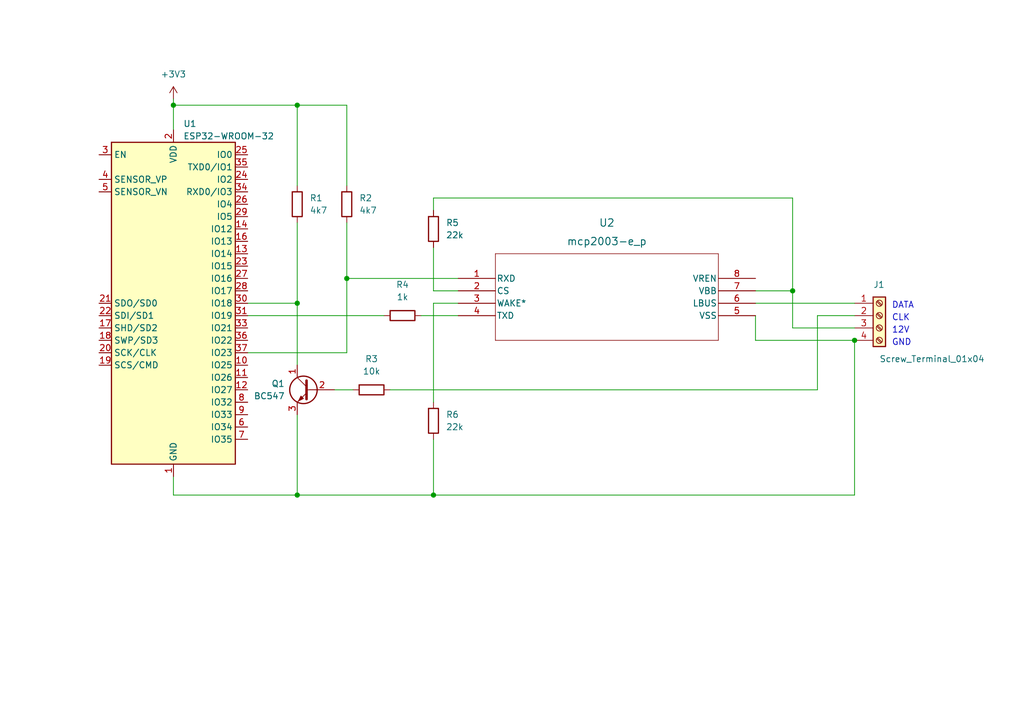
<source format=kicad_sch>
(kicad_sch (version 20211123) (generator eeschema)

  (uuid c2079b33-906e-4c67-b0b6-7e228acc166b)

  (paper "A5")

  (lib_symbols
    (symbol "2024-01-30_18-24-16:mcp2003-e_p" (pin_names (offset 0.254)) (in_bom yes) (on_board yes)
      (property "Reference" "U" (id 0) (at 30.48 10.16 0)
        (effects (font (size 1.524 1.524)))
      )
      (property "Value" "mcp2003-e/p" (id 1) (at 30.48 7.62 0)
        (effects (font (size 1.524 1.524)))
      )
      (property "Footprint" "PDIP8_300MC_MCH" (id 2) (at 0 0 0)
        (effects (font (size 1.27 1.27) italic) hide)
      )
      (property "Datasheet" "mcp2003-e/p" (id 3) (at 0 0 0)
        (effects (font (size 1.27 1.27) italic) hide)
      )
      (property "ki_locked" "" (id 4) (at 0 0 0)
        (effects (font (size 1.27 1.27)))
      )
      (property "ki_keywords" "mcp2003-e/p" (id 5) (at 0 0 0)
        (effects (font (size 1.27 1.27)) hide)
      )
      (property "ki_fp_filters" "PDIP8_300MC_MCH" (id 6) (at 0 0 0)
        (effects (font (size 1.27 1.27)) hide)
      )
      (symbol "mcp2003-e_p_0_1"
        (polyline
          (pts
            (xy 7.62 -12.7)
            (xy 53.34 -12.7)
          )
          (stroke (width 0.127) (type default) (color 0 0 0 0))
          (fill (type none))
        )
        (polyline
          (pts
            (xy 7.62 5.08)
            (xy 7.62 -12.7)
          )
          (stroke (width 0.127) (type default) (color 0 0 0 0))
          (fill (type none))
        )
        (polyline
          (pts
            (xy 53.34 -12.7)
            (xy 53.34 5.08)
          )
          (stroke (width 0.127) (type default) (color 0 0 0 0))
          (fill (type none))
        )
        (polyline
          (pts
            (xy 53.34 5.08)
            (xy 7.62 5.08)
          )
          (stroke (width 0.127) (type default) (color 0 0 0 0))
          (fill (type none))
        )
        (pin output line (at 0 0 0) (length 7.62)
          (name "RXD" (effects (font (size 1.27 1.27))))
          (number "1" (effects (font (size 1.27 1.27))))
        )
        (pin input line (at 0 -2.54 0) (length 7.62)
          (name "CS" (effects (font (size 1.27 1.27))))
          (number "2" (effects (font (size 1.27 1.27))))
        )
        (pin input line (at 0 -5.08 0) (length 7.62)
          (name "WAKE*" (effects (font (size 1.27 1.27))))
          (number "3" (effects (font (size 1.27 1.27))))
        )
        (pin input line (at 0 -7.62 0) (length 7.62)
          (name "TXD" (effects (font (size 1.27 1.27))))
          (number "4" (effects (font (size 1.27 1.27))))
        )
        (pin power_in line (at 60.96 -7.62 180) (length 7.62)
          (name "VSS" (effects (font (size 1.27 1.27))))
          (number "5" (effects (font (size 1.27 1.27))))
        )
        (pin bidirectional line (at 60.96 -5.08 180) (length 7.62)
          (name "LBUS" (effects (font (size 1.27 1.27))))
          (number "6" (effects (font (size 1.27 1.27))))
        )
        (pin power_in line (at 60.96 -2.54 180) (length 7.62)
          (name "VBB" (effects (font (size 1.27 1.27))))
          (number "7" (effects (font (size 1.27 1.27))))
        )
        (pin output line (at 60.96 0 180) (length 7.62)
          (name "VREN" (effects (font (size 1.27 1.27))))
          (number "8" (effects (font (size 1.27 1.27))))
        )
      )
    )
    (symbol "Connector:Screw_Terminal_01x04" (pin_names (offset 1.016) hide) (in_bom yes) (on_board yes)
      (property "Reference" "J" (id 0) (at 0 5.08 0)
        (effects (font (size 1.27 1.27)))
      )
      (property "Value" "Screw_Terminal_01x04" (id 1) (at 0 -7.62 0)
        (effects (font (size 1.27 1.27)))
      )
      (property "Footprint" "" (id 2) (at 0 0 0)
        (effects (font (size 1.27 1.27)) hide)
      )
      (property "Datasheet" "~" (id 3) (at 0 0 0)
        (effects (font (size 1.27 1.27)) hide)
      )
      (property "ki_keywords" "screw terminal" (id 4) (at 0 0 0)
        (effects (font (size 1.27 1.27)) hide)
      )
      (property "ki_description" "Generic screw terminal, single row, 01x04, script generated (kicad-library-utils/schlib/autogen/connector/)" (id 5) (at 0 0 0)
        (effects (font (size 1.27 1.27)) hide)
      )
      (property "ki_fp_filters" "TerminalBlock*:*" (id 6) (at 0 0 0)
        (effects (font (size 1.27 1.27)) hide)
      )
      (symbol "Screw_Terminal_01x04_1_1"
        (rectangle (start -1.27 3.81) (end 1.27 -6.35)
          (stroke (width 0.254) (type default) (color 0 0 0 0))
          (fill (type background))
        )
        (circle (center 0 -5.08) (radius 0.635)
          (stroke (width 0.1524) (type default) (color 0 0 0 0))
          (fill (type none))
        )
        (circle (center 0 -2.54) (radius 0.635)
          (stroke (width 0.1524) (type default) (color 0 0 0 0))
          (fill (type none))
        )
        (polyline
          (pts
            (xy -0.5334 -4.7498)
            (xy 0.3302 -5.588)
          )
          (stroke (width 0.1524) (type default) (color 0 0 0 0))
          (fill (type none))
        )
        (polyline
          (pts
            (xy -0.5334 -2.2098)
            (xy 0.3302 -3.048)
          )
          (stroke (width 0.1524) (type default) (color 0 0 0 0))
          (fill (type none))
        )
        (polyline
          (pts
            (xy -0.5334 0.3302)
            (xy 0.3302 -0.508)
          )
          (stroke (width 0.1524) (type default) (color 0 0 0 0))
          (fill (type none))
        )
        (polyline
          (pts
            (xy -0.5334 2.8702)
            (xy 0.3302 2.032)
          )
          (stroke (width 0.1524) (type default) (color 0 0 0 0))
          (fill (type none))
        )
        (polyline
          (pts
            (xy -0.3556 -4.572)
            (xy 0.508 -5.4102)
          )
          (stroke (width 0.1524) (type default) (color 0 0 0 0))
          (fill (type none))
        )
        (polyline
          (pts
            (xy -0.3556 -2.032)
            (xy 0.508 -2.8702)
          )
          (stroke (width 0.1524) (type default) (color 0 0 0 0))
          (fill (type none))
        )
        (polyline
          (pts
            (xy -0.3556 0.508)
            (xy 0.508 -0.3302)
          )
          (stroke (width 0.1524) (type default) (color 0 0 0 0))
          (fill (type none))
        )
        (polyline
          (pts
            (xy -0.3556 3.048)
            (xy 0.508 2.2098)
          )
          (stroke (width 0.1524) (type default) (color 0 0 0 0))
          (fill (type none))
        )
        (circle (center 0 0) (radius 0.635)
          (stroke (width 0.1524) (type default) (color 0 0 0 0))
          (fill (type none))
        )
        (circle (center 0 2.54) (radius 0.635)
          (stroke (width 0.1524) (type default) (color 0 0 0 0))
          (fill (type none))
        )
        (pin passive line (at -5.08 2.54 0) (length 3.81)
          (name "Pin_1" (effects (font (size 1.27 1.27))))
          (number "1" (effects (font (size 1.27 1.27))))
        )
        (pin passive line (at -5.08 0 0) (length 3.81)
          (name "Pin_2" (effects (font (size 1.27 1.27))))
          (number "2" (effects (font (size 1.27 1.27))))
        )
        (pin passive line (at -5.08 -2.54 0) (length 3.81)
          (name "Pin_3" (effects (font (size 1.27 1.27))))
          (number "3" (effects (font (size 1.27 1.27))))
        )
        (pin passive line (at -5.08 -5.08 0) (length 3.81)
          (name "Pin_4" (effects (font (size 1.27 1.27))))
          (number "4" (effects (font (size 1.27 1.27))))
        )
      )
    )
    (symbol "Device:R" (pin_numbers hide) (pin_names (offset 0)) (in_bom yes) (on_board yes)
      (property "Reference" "R" (id 0) (at 2.032 0 90)
        (effects (font (size 1.27 1.27)))
      )
      (property "Value" "R" (id 1) (at 0 0 90)
        (effects (font (size 1.27 1.27)))
      )
      (property "Footprint" "" (id 2) (at -1.778 0 90)
        (effects (font (size 1.27 1.27)) hide)
      )
      (property "Datasheet" "~" (id 3) (at 0 0 0)
        (effects (font (size 1.27 1.27)) hide)
      )
      (property "ki_keywords" "R res resistor" (id 4) (at 0 0 0)
        (effects (font (size 1.27 1.27)) hide)
      )
      (property "ki_description" "Resistor" (id 5) (at 0 0 0)
        (effects (font (size 1.27 1.27)) hide)
      )
      (property "ki_fp_filters" "R_*" (id 6) (at 0 0 0)
        (effects (font (size 1.27 1.27)) hide)
      )
      (symbol "R_0_1"
        (rectangle (start -1.016 -2.54) (end 1.016 2.54)
          (stroke (width 0.254) (type default) (color 0 0 0 0))
          (fill (type none))
        )
      )
      (symbol "R_1_1"
        (pin passive line (at 0 3.81 270) (length 1.27)
          (name "~" (effects (font (size 1.27 1.27))))
          (number "1" (effects (font (size 1.27 1.27))))
        )
        (pin passive line (at 0 -3.81 90) (length 1.27)
          (name "~" (effects (font (size 1.27 1.27))))
          (number "2" (effects (font (size 1.27 1.27))))
        )
      )
    )
    (symbol "RF_Module:ESP32-WROOM-32" (in_bom yes) (on_board yes)
      (property "Reference" "U" (id 0) (at -12.7 34.29 0)
        (effects (font (size 1.27 1.27)) (justify left))
      )
      (property "Value" "ESP32-WROOM-32" (id 1) (at 1.27 34.29 0)
        (effects (font (size 1.27 1.27)) (justify left))
      )
      (property "Footprint" "RF_Module:ESP32-WROOM-32" (id 2) (at 0 -38.1 0)
        (effects (font (size 1.27 1.27)) hide)
      )
      (property "Datasheet" "https://www.espressif.com/sites/default/files/documentation/esp32-wroom-32_datasheet_en.pdf" (id 3) (at -7.62 1.27 0)
        (effects (font (size 1.27 1.27)) hide)
      )
      (property "ki_keywords" "RF Radio BT ESP ESP32 Espressif onboard PCB antenna" (id 4) (at 0 0 0)
        (effects (font (size 1.27 1.27)) hide)
      )
      (property "ki_description" "RF Module, ESP32-D0WDQ6 SoC, Wi-Fi 802.11b/g/n, Bluetooth, BLE, 32-bit, 2.7-3.6V, onboard antenna, SMD" (id 5) (at 0 0 0)
        (effects (font (size 1.27 1.27)) hide)
      )
      (property "ki_fp_filters" "ESP32?WROOM?32*" (id 6) (at 0 0 0)
        (effects (font (size 1.27 1.27)) hide)
      )
      (symbol "ESP32-WROOM-32_0_1"
        (rectangle (start -12.7 33.02) (end 12.7 -33.02)
          (stroke (width 0.254) (type default) (color 0 0 0 0))
          (fill (type background))
        )
      )
      (symbol "ESP32-WROOM-32_1_1"
        (pin power_in line (at 0 -35.56 90) (length 2.54)
          (name "GND" (effects (font (size 1.27 1.27))))
          (number "1" (effects (font (size 1.27 1.27))))
        )
        (pin bidirectional line (at 15.24 -12.7 180) (length 2.54)
          (name "IO25" (effects (font (size 1.27 1.27))))
          (number "10" (effects (font (size 1.27 1.27))))
        )
        (pin bidirectional line (at 15.24 -15.24 180) (length 2.54)
          (name "IO26" (effects (font (size 1.27 1.27))))
          (number "11" (effects (font (size 1.27 1.27))))
        )
        (pin bidirectional line (at 15.24 -17.78 180) (length 2.54)
          (name "IO27" (effects (font (size 1.27 1.27))))
          (number "12" (effects (font (size 1.27 1.27))))
        )
        (pin bidirectional line (at 15.24 10.16 180) (length 2.54)
          (name "IO14" (effects (font (size 1.27 1.27))))
          (number "13" (effects (font (size 1.27 1.27))))
        )
        (pin bidirectional line (at 15.24 15.24 180) (length 2.54)
          (name "IO12" (effects (font (size 1.27 1.27))))
          (number "14" (effects (font (size 1.27 1.27))))
        )
        (pin passive line (at 0 -35.56 90) (length 2.54) hide
          (name "GND" (effects (font (size 1.27 1.27))))
          (number "15" (effects (font (size 1.27 1.27))))
        )
        (pin bidirectional line (at 15.24 12.7 180) (length 2.54)
          (name "IO13" (effects (font (size 1.27 1.27))))
          (number "16" (effects (font (size 1.27 1.27))))
        )
        (pin bidirectional line (at -15.24 -5.08 0) (length 2.54)
          (name "SHD/SD2" (effects (font (size 1.27 1.27))))
          (number "17" (effects (font (size 1.27 1.27))))
        )
        (pin bidirectional line (at -15.24 -7.62 0) (length 2.54)
          (name "SWP/SD3" (effects (font (size 1.27 1.27))))
          (number "18" (effects (font (size 1.27 1.27))))
        )
        (pin bidirectional line (at -15.24 -12.7 0) (length 2.54)
          (name "SCS/CMD" (effects (font (size 1.27 1.27))))
          (number "19" (effects (font (size 1.27 1.27))))
        )
        (pin power_in line (at 0 35.56 270) (length 2.54)
          (name "VDD" (effects (font (size 1.27 1.27))))
          (number "2" (effects (font (size 1.27 1.27))))
        )
        (pin bidirectional line (at -15.24 -10.16 0) (length 2.54)
          (name "SCK/CLK" (effects (font (size 1.27 1.27))))
          (number "20" (effects (font (size 1.27 1.27))))
        )
        (pin bidirectional line (at -15.24 0 0) (length 2.54)
          (name "SDO/SD0" (effects (font (size 1.27 1.27))))
          (number "21" (effects (font (size 1.27 1.27))))
        )
        (pin bidirectional line (at -15.24 -2.54 0) (length 2.54)
          (name "SDI/SD1" (effects (font (size 1.27 1.27))))
          (number "22" (effects (font (size 1.27 1.27))))
        )
        (pin bidirectional line (at 15.24 7.62 180) (length 2.54)
          (name "IO15" (effects (font (size 1.27 1.27))))
          (number "23" (effects (font (size 1.27 1.27))))
        )
        (pin bidirectional line (at 15.24 25.4 180) (length 2.54)
          (name "IO2" (effects (font (size 1.27 1.27))))
          (number "24" (effects (font (size 1.27 1.27))))
        )
        (pin bidirectional line (at 15.24 30.48 180) (length 2.54)
          (name "IO0" (effects (font (size 1.27 1.27))))
          (number "25" (effects (font (size 1.27 1.27))))
        )
        (pin bidirectional line (at 15.24 20.32 180) (length 2.54)
          (name "IO4" (effects (font (size 1.27 1.27))))
          (number "26" (effects (font (size 1.27 1.27))))
        )
        (pin bidirectional line (at 15.24 5.08 180) (length 2.54)
          (name "IO16" (effects (font (size 1.27 1.27))))
          (number "27" (effects (font (size 1.27 1.27))))
        )
        (pin bidirectional line (at 15.24 2.54 180) (length 2.54)
          (name "IO17" (effects (font (size 1.27 1.27))))
          (number "28" (effects (font (size 1.27 1.27))))
        )
        (pin bidirectional line (at 15.24 17.78 180) (length 2.54)
          (name "IO5" (effects (font (size 1.27 1.27))))
          (number "29" (effects (font (size 1.27 1.27))))
        )
        (pin input line (at -15.24 30.48 0) (length 2.54)
          (name "EN" (effects (font (size 1.27 1.27))))
          (number "3" (effects (font (size 1.27 1.27))))
        )
        (pin bidirectional line (at 15.24 0 180) (length 2.54)
          (name "IO18" (effects (font (size 1.27 1.27))))
          (number "30" (effects (font (size 1.27 1.27))))
        )
        (pin bidirectional line (at 15.24 -2.54 180) (length 2.54)
          (name "IO19" (effects (font (size 1.27 1.27))))
          (number "31" (effects (font (size 1.27 1.27))))
        )
        (pin no_connect line (at -12.7 -27.94 0) (length 2.54) hide
          (name "NC" (effects (font (size 1.27 1.27))))
          (number "32" (effects (font (size 1.27 1.27))))
        )
        (pin bidirectional line (at 15.24 -5.08 180) (length 2.54)
          (name "IO21" (effects (font (size 1.27 1.27))))
          (number "33" (effects (font (size 1.27 1.27))))
        )
        (pin bidirectional line (at 15.24 22.86 180) (length 2.54)
          (name "RXD0/IO3" (effects (font (size 1.27 1.27))))
          (number "34" (effects (font (size 1.27 1.27))))
        )
        (pin bidirectional line (at 15.24 27.94 180) (length 2.54)
          (name "TXD0/IO1" (effects (font (size 1.27 1.27))))
          (number "35" (effects (font (size 1.27 1.27))))
        )
        (pin bidirectional line (at 15.24 -7.62 180) (length 2.54)
          (name "IO22" (effects (font (size 1.27 1.27))))
          (number "36" (effects (font (size 1.27 1.27))))
        )
        (pin bidirectional line (at 15.24 -10.16 180) (length 2.54)
          (name "IO23" (effects (font (size 1.27 1.27))))
          (number "37" (effects (font (size 1.27 1.27))))
        )
        (pin passive line (at 0 -35.56 90) (length 2.54) hide
          (name "GND" (effects (font (size 1.27 1.27))))
          (number "38" (effects (font (size 1.27 1.27))))
        )
        (pin passive line (at 0 -35.56 90) (length 2.54) hide
          (name "GND" (effects (font (size 1.27 1.27))))
          (number "39" (effects (font (size 1.27 1.27))))
        )
        (pin input line (at -15.24 25.4 0) (length 2.54)
          (name "SENSOR_VP" (effects (font (size 1.27 1.27))))
          (number "4" (effects (font (size 1.27 1.27))))
        )
        (pin input line (at -15.24 22.86 0) (length 2.54)
          (name "SENSOR_VN" (effects (font (size 1.27 1.27))))
          (number "5" (effects (font (size 1.27 1.27))))
        )
        (pin input line (at 15.24 -25.4 180) (length 2.54)
          (name "IO34" (effects (font (size 1.27 1.27))))
          (number "6" (effects (font (size 1.27 1.27))))
        )
        (pin input line (at 15.24 -27.94 180) (length 2.54)
          (name "IO35" (effects (font (size 1.27 1.27))))
          (number "7" (effects (font (size 1.27 1.27))))
        )
        (pin bidirectional line (at 15.24 -20.32 180) (length 2.54)
          (name "IO32" (effects (font (size 1.27 1.27))))
          (number "8" (effects (font (size 1.27 1.27))))
        )
        (pin bidirectional line (at 15.24 -22.86 180) (length 2.54)
          (name "IO33" (effects (font (size 1.27 1.27))))
          (number "9" (effects (font (size 1.27 1.27))))
        )
      )
    )
    (symbol "Transistor_BJT:BC547" (pin_names (offset 0) hide) (in_bom yes) (on_board yes)
      (property "Reference" "Q" (id 0) (at 5.08 1.905 0)
        (effects (font (size 1.27 1.27)) (justify left))
      )
      (property "Value" "BC547" (id 1) (at 5.08 0 0)
        (effects (font (size 1.27 1.27)) (justify left))
      )
      (property "Footprint" "Package_TO_SOT_THT:TO-92_Inline" (id 2) (at 5.08 -1.905 0)
        (effects (font (size 1.27 1.27) italic) (justify left) hide)
      )
      (property "Datasheet" "https://www.onsemi.com/pub/Collateral/BC550-D.pdf" (id 3) (at 0 0 0)
        (effects (font (size 1.27 1.27)) (justify left) hide)
      )
      (property "ki_keywords" "NPN Transistor" (id 4) (at 0 0 0)
        (effects (font (size 1.27 1.27)) hide)
      )
      (property "ki_description" "0.1A Ic, 45V Vce, Small Signal NPN Transistor, TO-92" (id 5) (at 0 0 0)
        (effects (font (size 1.27 1.27)) hide)
      )
      (property "ki_fp_filters" "TO?92*" (id 6) (at 0 0 0)
        (effects (font (size 1.27 1.27)) hide)
      )
      (symbol "BC547_0_1"
        (polyline
          (pts
            (xy 0 0)
            (xy 0.635 0)
          )
          (stroke (width 0) (type default) (color 0 0 0 0))
          (fill (type none))
        )
        (polyline
          (pts
            (xy 0.635 0.635)
            (xy 2.54 2.54)
          )
          (stroke (width 0) (type default) (color 0 0 0 0))
          (fill (type none))
        )
        (polyline
          (pts
            (xy 0.635 -0.635)
            (xy 2.54 -2.54)
            (xy 2.54 -2.54)
          )
          (stroke (width 0) (type default) (color 0 0 0 0))
          (fill (type none))
        )
        (polyline
          (pts
            (xy 0.635 1.905)
            (xy 0.635 -1.905)
            (xy 0.635 -1.905)
          )
          (stroke (width 0.508) (type default) (color 0 0 0 0))
          (fill (type none))
        )
        (polyline
          (pts
            (xy 1.27 -1.778)
            (xy 1.778 -1.27)
            (xy 2.286 -2.286)
            (xy 1.27 -1.778)
            (xy 1.27 -1.778)
          )
          (stroke (width 0) (type default) (color 0 0 0 0))
          (fill (type outline))
        )
        (circle (center 1.27 0) (radius 2.8194)
          (stroke (width 0.254) (type default) (color 0 0 0 0))
          (fill (type none))
        )
      )
      (symbol "BC547_1_1"
        (pin passive line (at 2.54 5.08 270) (length 2.54)
          (name "C" (effects (font (size 1.27 1.27))))
          (number "1" (effects (font (size 1.27 1.27))))
        )
        (pin input line (at -5.08 0 0) (length 5.08)
          (name "B" (effects (font (size 1.27 1.27))))
          (number "2" (effects (font (size 1.27 1.27))))
        )
        (pin passive line (at 2.54 -5.08 90) (length 2.54)
          (name "E" (effects (font (size 1.27 1.27))))
          (number "3" (effects (font (size 1.27 1.27))))
        )
      )
    )
    (symbol "power:+3V3" (power) (pin_names (offset 0)) (in_bom yes) (on_board yes)
      (property "Reference" "#PWR" (id 0) (at 0 -3.81 0)
        (effects (font (size 1.27 1.27)) hide)
      )
      (property "Value" "+3V3" (id 1) (at 0 3.556 0)
        (effects (font (size 1.27 1.27)))
      )
      (property "Footprint" "" (id 2) (at 0 0 0)
        (effects (font (size 1.27 1.27)) hide)
      )
      (property "Datasheet" "" (id 3) (at 0 0 0)
        (effects (font (size 1.27 1.27)) hide)
      )
      (property "ki_keywords" "power-flag" (id 4) (at 0 0 0)
        (effects (font (size 1.27 1.27)) hide)
      )
      (property "ki_description" "Power symbol creates a global label with name \"+3V3\"" (id 5) (at 0 0 0)
        (effects (font (size 1.27 1.27)) hide)
      )
      (symbol "+3V3_0_1"
        (polyline
          (pts
            (xy -0.762 1.27)
            (xy 0 2.54)
          )
          (stroke (width 0) (type default) (color 0 0 0 0))
          (fill (type none))
        )
        (polyline
          (pts
            (xy 0 0)
            (xy 0 2.54)
          )
          (stroke (width 0) (type default) (color 0 0 0 0))
          (fill (type none))
        )
        (polyline
          (pts
            (xy 0 2.54)
            (xy 0.762 1.27)
          )
          (stroke (width 0) (type default) (color 0 0 0 0))
          (fill (type none))
        )
      )
      (symbol "+3V3_1_1"
        (pin power_in line (at 0 0 90) (length 0) hide
          (name "+3V3" (effects (font (size 1.27 1.27))))
          (number "1" (effects (font (size 1.27 1.27))))
        )
      )
    )
  )

  (junction (at 60.96 101.6) (diameter 0) (color 0 0 0 0)
    (uuid 00b3a901-1287-4934-ac24-1ec0c8589ead)
  )
  (junction (at 71.12 57.15) (diameter 0) (color 0 0 0 0)
    (uuid 42072620-e436-4e74-a9de-f7133e7459d6)
  )
  (junction (at 35.56 21.59) (diameter 0) (color 0 0 0 0)
    (uuid 4aa7635d-eca4-4ab7-b722-ae69558dbeab)
  )
  (junction (at 60.96 62.23) (diameter 0) (color 0 0 0 0)
    (uuid 7bb92c34-a044-4fe8-9afc-a623668f1bdd)
  )
  (junction (at 162.56 59.69) (diameter 0) (color 0 0 0 0)
    (uuid aa8d770c-62dd-452d-af12-62d45064f326)
  )
  (junction (at 88.9 101.6) (diameter 0) (color 0 0 0 0)
    (uuid bdc4d9ef-b980-448c-a943-969da567b155)
  )
  (junction (at 60.96 21.59) (diameter 0) (color 0 0 0 0)
    (uuid eecaa032-dead-40c0-aa12-143bf3cbf31f)
  )
  (junction (at 175.26 69.85) (diameter 0) (color 0 0 0 0)
    (uuid f7970699-e288-47f5-92a6-951bfc5398ea)
  )

  (wire (pts (xy 88.9 82.55) (xy 88.9 62.23))
    (stroke (width 0) (type default) (color 0 0 0 0))
    (uuid 067c4925-da08-4bce-a655-3213f615493b)
  )
  (wire (pts (xy 60.96 21.59) (xy 71.12 21.59))
    (stroke (width 0) (type default) (color 0 0 0 0))
    (uuid 202f4bb4-5f31-4949-b1d0-b78c3a77d597)
  )
  (wire (pts (xy 60.96 85.09) (xy 60.96 101.6))
    (stroke (width 0) (type default) (color 0 0 0 0))
    (uuid 228b1353-53ce-4667-a1f2-6f6eaca3d971)
  )
  (wire (pts (xy 60.96 45.72) (xy 60.96 62.23))
    (stroke (width 0) (type default) (color 0 0 0 0))
    (uuid 29f1e01c-9878-4933-971b-6dcdc5e2b72d)
  )
  (wire (pts (xy 167.64 80.01) (xy 167.64 64.77))
    (stroke (width 0) (type default) (color 0 0 0 0))
    (uuid 2a7623d1-85bc-4775-a8ba-028d42fb95cd)
  )
  (wire (pts (xy 35.56 101.6) (xy 60.96 101.6))
    (stroke (width 0) (type default) (color 0 0 0 0))
    (uuid 3304607f-b54a-4f3a-8cc7-721286e7a0e6)
  )
  (wire (pts (xy 154.94 64.77) (xy 154.94 69.85))
    (stroke (width 0) (type default) (color 0 0 0 0))
    (uuid 342ff0de-02e9-46ba-b77f-72d16700e4e9)
  )
  (wire (pts (xy 88.9 50.8) (xy 88.9 59.69))
    (stroke (width 0) (type default) (color 0 0 0 0))
    (uuid 34ea4649-7b9a-45d6-a547-ec718c057086)
  )
  (wire (pts (xy 162.56 59.69) (xy 162.56 67.31))
    (stroke (width 0) (type default) (color 0 0 0 0))
    (uuid 3efd7023-a9fe-4812-9b4c-64a8b57d7448)
  )
  (wire (pts (xy 88.9 40.64) (xy 162.56 40.64))
    (stroke (width 0) (type default) (color 0 0 0 0))
    (uuid 41bd67ef-585f-49a4-9c36-49222a727354)
  )
  (wire (pts (xy 50.8 64.77) (xy 78.74 64.77))
    (stroke (width 0) (type default) (color 0 0 0 0))
    (uuid 432d4726-bc32-41ad-a302-ef8c54c9d1c2)
  )
  (wire (pts (xy 154.94 59.69) (xy 162.56 59.69))
    (stroke (width 0) (type default) (color 0 0 0 0))
    (uuid 435f16da-d5d0-4872-bedb-af4acf2bee78)
  )
  (wire (pts (xy 88.9 90.17) (xy 88.9 101.6))
    (stroke (width 0) (type default) (color 0 0 0 0))
    (uuid 44e0e9a6-47f7-418f-b90a-6242711b7d2e)
  )
  (wire (pts (xy 35.56 26.67) (xy 35.56 21.59))
    (stroke (width 0) (type default) (color 0 0 0 0))
    (uuid 47e8882d-c08c-4e0c-91d2-c6f139ad5d34)
  )
  (wire (pts (xy 154.94 62.23) (xy 175.26 62.23))
    (stroke (width 0) (type default) (color 0 0 0 0))
    (uuid 4c2c821a-c29d-4338-ad3f-2c17b86a54dc)
  )
  (wire (pts (xy 35.56 21.59) (xy 60.96 21.59))
    (stroke (width 0) (type default) (color 0 0 0 0))
    (uuid 5bce3e75-0b42-4965-ad6f-64f599a7e31e)
  )
  (wire (pts (xy 154.94 69.85) (xy 175.26 69.85))
    (stroke (width 0) (type default) (color 0 0 0 0))
    (uuid 5ef156ac-d63c-4dee-9b95-8c2c34b6235b)
  )
  (wire (pts (xy 71.12 72.39) (xy 71.12 57.15))
    (stroke (width 0) (type default) (color 0 0 0 0))
    (uuid 6832614f-a179-48e6-bb6e-52c980e84b04)
  )
  (wire (pts (xy 60.96 101.6) (xy 88.9 101.6))
    (stroke (width 0) (type default) (color 0 0 0 0))
    (uuid 71a25af7-8375-46f5-bf8f-b1a111935fd8)
  )
  (wire (pts (xy 71.12 45.72) (xy 71.12 57.15))
    (stroke (width 0) (type default) (color 0 0 0 0))
    (uuid 7e7768ff-1507-4d13-bb07-4176bae71365)
  )
  (wire (pts (xy 60.96 38.1) (xy 60.96 21.59))
    (stroke (width 0) (type default) (color 0 0 0 0))
    (uuid 8169d4fd-7340-4b55-8dbc-4c198c95be4a)
  )
  (wire (pts (xy 50.8 72.39) (xy 71.12 72.39))
    (stroke (width 0) (type default) (color 0 0 0 0))
    (uuid 8909bb98-ebb3-49fc-9be2-21761a7a5179)
  )
  (wire (pts (xy 35.56 20.32) (xy 35.56 21.59))
    (stroke (width 0) (type default) (color 0 0 0 0))
    (uuid 8942d0a7-bc0d-4c63-ae34-902bc1709e06)
  )
  (wire (pts (xy 88.9 101.6) (xy 175.26 101.6))
    (stroke (width 0) (type default) (color 0 0 0 0))
    (uuid 94fcd267-f7a7-4623-9f70-ffa6aa17b279)
  )
  (wire (pts (xy 162.56 40.64) (xy 162.56 59.69))
    (stroke (width 0) (type default) (color 0 0 0 0))
    (uuid 95219e94-4904-4ea6-811b-215701f4f39b)
  )
  (wire (pts (xy 71.12 38.1) (xy 71.12 21.59))
    (stroke (width 0) (type default) (color 0 0 0 0))
    (uuid 9b317dac-e449-4234-89ca-e1fe9a37a04d)
  )
  (wire (pts (xy 93.98 59.69) (xy 88.9 59.69))
    (stroke (width 0) (type default) (color 0 0 0 0))
    (uuid 9cb96617-2b7d-4ff9-9d6d-29c5b7397040)
  )
  (wire (pts (xy 86.36 64.77) (xy 93.98 64.77))
    (stroke (width 0) (type default) (color 0 0 0 0))
    (uuid 9e3c7c20-0c4c-468b-8067-67a9d6db2907)
  )
  (wire (pts (xy 60.96 62.23) (xy 60.96 74.93))
    (stroke (width 0) (type default) (color 0 0 0 0))
    (uuid a2966e48-4e44-4890-9390-8977bc002c6e)
  )
  (wire (pts (xy 35.56 97.79) (xy 35.56 101.6))
    (stroke (width 0) (type default) (color 0 0 0 0))
    (uuid a76dfaf9-5552-487d-8c8d-c9cbcc490185)
  )
  (wire (pts (xy 50.8 62.23) (xy 60.96 62.23))
    (stroke (width 0) (type default) (color 0 0 0 0))
    (uuid a9b21fea-4912-4d1a-bd06-21f6aa70fd5a)
  )
  (wire (pts (xy 88.9 62.23) (xy 93.98 62.23))
    (stroke (width 0) (type default) (color 0 0 0 0))
    (uuid b5e69404-ce60-4f9a-87fc-8f420cb91fe0)
  )
  (wire (pts (xy 88.9 43.18) (xy 88.9 40.64))
    (stroke (width 0) (type default) (color 0 0 0 0))
    (uuid cdaf55a7-01f0-49d5-bf93-7bbb9123fd1a)
  )
  (wire (pts (xy 80.01 80.01) (xy 167.64 80.01))
    (stroke (width 0) (type default) (color 0 0 0 0))
    (uuid d76b65b6-ba86-426d-bd58-fd20f8aaf296)
  )
  (wire (pts (xy 162.56 67.31) (xy 175.26 67.31))
    (stroke (width 0) (type default) (color 0 0 0 0))
    (uuid d7ea459a-dc44-44d8-bb2b-fa117592f2ce)
  )
  (wire (pts (xy 167.64 64.77) (xy 175.26 64.77))
    (stroke (width 0) (type default) (color 0 0 0 0))
    (uuid dd42ad85-17d9-4a2a-a891-1f9712333454)
  )
  (wire (pts (xy 175.26 101.6) (xy 175.26 69.85))
    (stroke (width 0) (type default) (color 0 0 0 0))
    (uuid df91cb4b-991e-460d-aae9-95d07ed5e157)
  )
  (wire (pts (xy 68.58 80.01) (xy 72.39 80.01))
    (stroke (width 0) (type default) (color 0 0 0 0))
    (uuid f1e60a64-8826-4d6a-a754-3cd7fdb8aa76)
  )
  (wire (pts (xy 71.12 57.15) (xy 93.98 57.15))
    (stroke (width 0) (type default) (color 0 0 0 0))
    (uuid f5754c18-bef1-4256-b745-36a5e2f72fba)
  )

  (text "DATA" (at 182.88 63.5 0)
    (effects (font (size 1.27 1.27)) (justify left bottom))
    (uuid 22a8e1bc-22fb-4e62-add4-2ae0c07ce05c)
  )
  (text "CLK" (at 182.88 66.04 0)
    (effects (font (size 1.27 1.27)) (justify left bottom))
    (uuid 675cfbd2-e790-4842-b368-f626e1795786)
  )
  (text "12V" (at 182.88 68.58 0)
    (effects (font (size 1.27 1.27)) (justify left bottom))
    (uuid e0e4f26b-9768-45ce-836e-303c9ffcd23d)
  )
  (text "GND" (at 182.88 71.12 0)
    (effects (font (size 1.27 1.27)) (justify left bottom))
    (uuid f3749464-3429-4e5d-8e9e-7776a190bf7c)
  )

  (symbol (lib_id "2024-01-30_18-24-16:mcp2003-e_p") (at 93.98 57.15 0) (unit 1)
    (in_bom yes) (on_board yes) (fields_autoplaced)
    (uuid 0a29b72f-42cd-45ef-bfa3-6665ab368e8c)
    (property "Reference" "U2" (id 0) (at 124.46 45.72 0)
      (effects (font (size 1.524 1.524)))
    )
    (property "Value" "mcp2003-e_p" (id 1) (at 124.46 49.53 0)
      (effects (font (size 1.524 1.524)))
    )
    (property "Footprint" "PDIP8_300MC_MCH" (id 2) (at 93.98 57.15 0)
      (effects (font (size 1.27 1.27) italic) hide)
    )
    (property "Datasheet" "mcp2003-e/p" (id 3) (at 93.98 57.15 0)
      (effects (font (size 1.27 1.27) italic) hide)
    )
    (pin "1" (uuid 39f46285-6ec4-46ea-967a-a085cc5e512f))
    (pin "2" (uuid 88ac9789-8ce6-4dfc-afc8-c57f0bf12e81))
    (pin "3" (uuid a039598d-b4bf-41c9-bb5d-5731a11b0e9a))
    (pin "4" (uuid b3b28669-632c-4c80-a60b-e834452f83f8))
    (pin "5" (uuid 33dbf12d-2e96-440c-b384-43aac3b4f48b))
    (pin "6" (uuid 07f5ac9a-8b6f-4906-8a20-cf0809858635))
    (pin "7" (uuid 5176d4fb-d06f-4620-a08a-213e466c1dc6))
    (pin "8" (uuid 885ebe43-b6ad-42fe-bc71-d7c9ebc3d292))
  )

  (symbol (lib_id "Device:R") (at 82.55 64.77 270) (unit 1)
    (in_bom yes) (on_board yes) (fields_autoplaced)
    (uuid 215e7771-8923-41a7-a5d1-f76a1e5930f2)
    (property "Reference" "R4" (id 0) (at 82.55 58.42 90))
    (property "Value" "1k" (id 1) (at 82.55 60.96 90))
    (property "Footprint" "" (id 2) (at 82.55 62.992 90)
      (effects (font (size 1.27 1.27)) hide)
    )
    (property "Datasheet" "~" (id 3) (at 82.55 64.77 0)
      (effects (font (size 1.27 1.27)) hide)
    )
    (pin "1" (uuid b8a8d7a5-0179-4516-ae65-63e441904af7))
    (pin "2" (uuid 0cc3c51a-1a70-4b5a-9249-7602211c71dc))
  )

  (symbol (lib_id "Transistor_BJT:BC547") (at 63.5 80.01 0) (mirror y) (unit 1)
    (in_bom yes) (on_board yes) (fields_autoplaced)
    (uuid 381c1f79-badb-408b-8161-a82f31f7aadb)
    (property "Reference" "Q1" (id 0) (at 58.42 78.7399 0)
      (effects (font (size 1.27 1.27)) (justify left))
    )
    (property "Value" "BC547" (id 1) (at 58.42 81.2799 0)
      (effects (font (size 1.27 1.27)) (justify left))
    )
    (property "Footprint" "Package_TO_SOT_THT:TO-92_Inline" (id 2) (at 58.42 81.915 0)
      (effects (font (size 1.27 1.27) italic) (justify left) hide)
    )
    (property "Datasheet" "https://www.onsemi.com/pub/Collateral/BC550-D.pdf" (id 3) (at 63.5 80.01 0)
      (effects (font (size 1.27 1.27)) (justify left) hide)
    )
    (pin "1" (uuid f5ff7aa1-3e8d-40bd-8839-133e775d275b))
    (pin "2" (uuid 3c4c5500-f353-4682-aee1-f25996c83d74))
    (pin "3" (uuid 69f61354-9202-44af-883d-5dbf1e376a8a))
  )

  (symbol (lib_id "power:+3V3") (at 35.56 20.32 0) (unit 1)
    (in_bom yes) (on_board yes) (fields_autoplaced)
    (uuid 43fe271a-4813-4b84-a01c-3d94b576a08d)
    (property "Reference" "#PWR01" (id 0) (at 35.56 24.13 0)
      (effects (font (size 1.27 1.27)) hide)
    )
    (property "Value" "+3V3" (id 1) (at 35.56 15.24 0))
    (property "Footprint" "" (id 2) (at 35.56 20.32 0)
      (effects (font (size 1.27 1.27)) hide)
    )
    (property "Datasheet" "" (id 3) (at 35.56 20.32 0)
      (effects (font (size 1.27 1.27)) hide)
    )
    (pin "1" (uuid ac757832-9749-463a-9f41-dfc9c7e75370))
  )

  (symbol (lib_id "Device:R") (at 76.2 80.01 270) (unit 1)
    (in_bom yes) (on_board yes) (fields_autoplaced)
    (uuid 4b6b1c04-6c00-47e6-b15d-03fd777877c6)
    (property "Reference" "R3" (id 0) (at 76.2 73.66 90))
    (property "Value" "10k" (id 1) (at 76.2 76.2 90))
    (property "Footprint" "" (id 2) (at 76.2 78.232 90)
      (effects (font (size 1.27 1.27)) hide)
    )
    (property "Datasheet" "~" (id 3) (at 76.2 80.01 0)
      (effects (font (size 1.27 1.27)) hide)
    )
    (pin "1" (uuid 472d045f-4da0-4900-9ae7-a98338bf9b88))
    (pin "2" (uuid ccb79ed4-7714-4399-9f7e-4de6f96ae84e))
  )

  (symbol (lib_id "Device:R") (at 71.12 41.91 0) (unit 1)
    (in_bom yes) (on_board yes) (fields_autoplaced)
    (uuid 4cc7199a-dc88-4a7b-ac61-9d4444eacbf2)
    (property "Reference" "R2" (id 0) (at 73.66 40.6399 0)
      (effects (font (size 1.27 1.27)) (justify left))
    )
    (property "Value" "4k7" (id 1) (at 73.66 43.1799 0)
      (effects (font (size 1.27 1.27)) (justify left))
    )
    (property "Footprint" "" (id 2) (at 69.342 41.91 90)
      (effects (font (size 1.27 1.27)) hide)
    )
    (property "Datasheet" "~" (id 3) (at 71.12 41.91 0)
      (effects (font (size 1.27 1.27)) hide)
    )
    (pin "1" (uuid 333a67df-0a12-46b3-9dc1-d29c90ee56d2))
    (pin "2" (uuid 31d1aea0-d65d-4fa0-b738-d30ae1d6f2da))
  )

  (symbol (lib_id "RF_Module:ESP32-WROOM-32") (at 35.56 62.23 0) (unit 1)
    (in_bom yes) (on_board yes) (fields_autoplaced)
    (uuid 50d9dbff-4aec-4f88-9cce-560c958faa51)
    (property "Reference" "U1" (id 0) (at 37.5794 25.4 0)
      (effects (font (size 1.27 1.27)) (justify left))
    )
    (property "Value" "ESP32-WROOM-32" (id 1) (at 37.5794 27.94 0)
      (effects (font (size 1.27 1.27)) (justify left))
    )
    (property "Footprint" "RF_Module:ESP32-WROOM-32" (id 2) (at 35.56 100.33 0)
      (effects (font (size 1.27 1.27)) hide)
    )
    (property "Datasheet" "https://www.espressif.com/sites/default/files/documentation/esp32-wroom-32_datasheet_en.pdf" (id 3) (at 27.94 60.96 0)
      (effects (font (size 1.27 1.27)) hide)
    )
    (pin "1" (uuid 56830e75-df56-42e6-a590-da6bc25ee469))
    (pin "10" (uuid 7c1a33a4-c31d-4a13-b8b3-16b7930e5295))
    (pin "11" (uuid fde178d0-3c60-4c1e-a71b-1108f575bb69))
    (pin "12" (uuid dbcbc980-21f6-4c6d-9727-55e1eb8299ce))
    (pin "13" (uuid 980ca874-17f3-4e77-a79d-aafa4594d3b4))
    (pin "14" (uuid 61e904b9-872f-488c-93ce-98b352262492))
    (pin "15" (uuid f876b65e-e9b9-4617-ab5a-b6c502115159))
    (pin "16" (uuid 17bc7b18-6131-424d-aa55-032544778d72))
    (pin "17" (uuid 94411718-e83f-4ca6-ab66-879aa499256c))
    (pin "18" (uuid f954493f-31a4-4c82-a5b6-4dbe39002c06))
    (pin "19" (uuid cda32e56-5504-4532-8d34-a6c27df9a4b4))
    (pin "2" (uuid b8d9d3d4-5ae6-43fc-9970-e7bf39839cba))
    (pin "20" (uuid e5269552-2a58-4ed0-8dd5-3dcec5056f01))
    (pin "21" (uuid a1c2ba6d-0f8e-4e6f-827e-a48244e91854))
    (pin "22" (uuid 064aac24-5ec4-4455-943f-d9ecbd0f9660))
    (pin "23" (uuid a1edcf75-5f8a-44d4-bcc2-8b43dedf8d3d))
    (pin "24" (uuid 9dd5a8cb-6a16-48ca-86e4-360fc9a67dcf))
    (pin "25" (uuid 8408e127-31e9-4f78-b888-00a3ef9bcad9))
    (pin "26" (uuid bf218a8c-7db6-48ad-bff1-d0df12437973))
    (pin "27" (uuid c0dcdd34-525e-4043-9291-bb21f0bd4f15))
    (pin "28" (uuid e790e3b7-c395-4bd1-80fb-8a481dda4c45))
    (pin "29" (uuid 19a3feb0-14d2-43c2-9f74-6f31af02a999))
    (pin "3" (uuid efbcbb9a-44e7-4de1-a9cd-3ea2011dbf68))
    (pin "30" (uuid bd8c3a85-281d-42a4-bb36-b14ec5918ec6))
    (pin "31" (uuid 5da53957-2029-42b6-bcd9-6a10253ec401))
    (pin "32" (uuid cf1d63ab-dbb6-4a4e-a670-62b173bb55ed))
    (pin "33" (uuid 7dd21565-75a6-450b-8f4b-60832b64adfa))
    (pin "34" (uuid 8f4f777c-b374-4d5b-8c3d-8706cd39a2ff))
    (pin "35" (uuid f4541d51-1145-4286-a724-205bfa3f7084))
    (pin "36" (uuid 9934d5ee-201a-4dee-a228-ef4560116b0b))
    (pin "37" (uuid 50cee248-6ddf-4bc8-b5a6-435b91af9d5d))
    (pin "38" (uuid dbbe1f35-f0b3-4e41-ad0c-8ed99a77b695))
    (pin "39" (uuid 48a807de-e9e6-4a2b-8105-578e5f3fe37c))
    (pin "4" (uuid 266746d7-7ad0-435d-bc4d-678b9195d0ee))
    (pin "5" (uuid 408dde7b-f499-4e16-ba0e-14a354a45bb1))
    (pin "6" (uuid 06b5c2ca-4cbe-400b-84da-bccd8bec52e2))
    (pin "7" (uuid bd7d3c6e-6350-47ff-aa84-1eb0bbb4200f))
    (pin "8" (uuid 98fc314d-141a-4977-8ca7-4a00839c8d1a))
    (pin "9" (uuid 25e12d02-d3ca-4711-9249-49ef65cf7ca9))
  )

  (symbol (lib_id "Connector:Screw_Terminal_01x04") (at 180.34 64.77 0) (unit 1)
    (in_bom yes) (on_board yes)
    (uuid 636332c5-387a-4243-bc33-7882b1adfdac)
    (property "Reference" "J1" (id 0) (at 179.07 58.42 0)
      (effects (font (size 1.27 1.27)) (justify left))
    )
    (property "Value" "Screw_Terminal_01x04" (id 1) (at 180.34 73.66 0)
      (effects (font (size 1.27 1.27)) (justify left))
    )
    (property "Footprint" "" (id 2) (at 180.34 64.77 0)
      (effects (font (size 1.27 1.27)) hide)
    )
    (property "Datasheet" "~" (id 3) (at 180.34 64.77 0)
      (effects (font (size 1.27 1.27)) hide)
    )
    (pin "1" (uuid bf8bfbb4-4b7a-430e-865f-8acab9f8c04d))
    (pin "2" (uuid 9fb9a654-045f-4c58-ba9d-e6e9d641e3ae))
    (pin "3" (uuid b4efa293-75b5-42d5-996c-b449774d5ba5))
    (pin "4" (uuid 61415144-ce8f-483a-82b7-e2e320f7f0b4))
  )

  (symbol (lib_id "Device:R") (at 88.9 46.99 0) (unit 1)
    (in_bom yes) (on_board yes) (fields_autoplaced)
    (uuid c9114b6f-4d02-4a79-8f9e-f80a96726ab0)
    (property "Reference" "R5" (id 0) (at 91.44 45.7199 0)
      (effects (font (size 1.27 1.27)) (justify left))
    )
    (property "Value" "22k" (id 1) (at 91.44 48.2599 0)
      (effects (font (size 1.27 1.27)) (justify left))
    )
    (property "Footprint" "" (id 2) (at 87.122 46.99 90)
      (effects (font (size 1.27 1.27)) hide)
    )
    (property "Datasheet" "~" (id 3) (at 88.9 46.99 0)
      (effects (font (size 1.27 1.27)) hide)
    )
    (pin "1" (uuid 36e6dbc4-50ec-4039-94cf-1e89a3a9a281))
    (pin "2" (uuid c7879267-0799-48e8-9735-c2b4735a16f6))
  )

  (symbol (lib_id "Device:R") (at 88.9 86.36 0) (unit 1)
    (in_bom yes) (on_board yes) (fields_autoplaced)
    (uuid dd40b45d-3767-4482-80ae-99424bd50c16)
    (property "Reference" "R6" (id 0) (at 91.44 85.0899 0)
      (effects (font (size 1.27 1.27)) (justify left))
    )
    (property "Value" "22k" (id 1) (at 91.44 87.6299 0)
      (effects (font (size 1.27 1.27)) (justify left))
    )
    (property "Footprint" "" (id 2) (at 87.122 86.36 90)
      (effects (font (size 1.27 1.27)) hide)
    )
    (property "Datasheet" "~" (id 3) (at 88.9 86.36 0)
      (effects (font (size 1.27 1.27)) hide)
    )
    (pin "1" (uuid b7dbde41-cd4a-4361-a041-a422ea177cc5))
    (pin "2" (uuid 5bbfac04-8a57-4f33-8344-e5c2233ebf24))
  )

  (symbol (lib_id "Device:R") (at 60.96 41.91 180) (unit 1)
    (in_bom yes) (on_board yes) (fields_autoplaced)
    (uuid dde28112-86f1-492f-9c76-6db1f8005ef9)
    (property "Reference" "R1" (id 0) (at 63.5 40.6399 0)
      (effects (font (size 1.27 1.27)) (justify right))
    )
    (property "Value" "4k7" (id 1) (at 63.5 43.1799 0)
      (effects (font (size 1.27 1.27)) (justify right))
    )
    (property "Footprint" "" (id 2) (at 62.738 41.91 90)
      (effects (font (size 1.27 1.27)) hide)
    )
    (property "Datasheet" "~" (id 3) (at 60.96 41.91 0)
      (effects (font (size 1.27 1.27)) hide)
    )
    (pin "1" (uuid d34612b1-fe0a-4aaa-a122-d3d0f8a82ec8))
    (pin "2" (uuid 03da30d4-243e-41a5-bcf2-4a4d570b8bfa))
  )

  (sheet_instances
    (path "/" (page "1"))
  )

  (symbol_instances
    (path "/43fe271a-4813-4b84-a01c-3d94b576a08d"
      (reference "#PWR01") (unit 1) (value "+3V3") (footprint "")
    )
    (path "/636332c5-387a-4243-bc33-7882b1adfdac"
      (reference "J1") (unit 1) (value "Screw_Terminal_01x04") (footprint "")
    )
    (path "/381c1f79-badb-408b-8161-a82f31f7aadb"
      (reference "Q1") (unit 1) (value "BC547") (footprint "Package_TO_SOT_THT:TO-92_Inline")
    )
    (path "/dde28112-86f1-492f-9c76-6db1f8005ef9"
      (reference "R1") (unit 1) (value "4k7") (footprint "")
    )
    (path "/4cc7199a-dc88-4a7b-ac61-9d4444eacbf2"
      (reference "R2") (unit 1) (value "4k7") (footprint "")
    )
    (path "/4b6b1c04-6c00-47e6-b15d-03fd777877c6"
      (reference "R3") (unit 1) (value "10k") (footprint "")
    )
    (path "/215e7771-8923-41a7-a5d1-f76a1e5930f2"
      (reference "R4") (unit 1) (value "1k") (footprint "")
    )
    (path "/c9114b6f-4d02-4a79-8f9e-f80a96726ab0"
      (reference "R5") (unit 1) (value "22k") (footprint "")
    )
    (path "/dd40b45d-3767-4482-80ae-99424bd50c16"
      (reference "R6") (unit 1) (value "22k") (footprint "")
    )
    (path "/50d9dbff-4aec-4f88-9cce-560c958faa51"
      (reference "U1") (unit 1) (value "ESP32-WROOM-32") (footprint "RF_Module:ESP32-WROOM-32")
    )
    (path "/0a29b72f-42cd-45ef-bfa3-6665ab368e8c"
      (reference "U2") (unit 1) (value "mcp2003-e_p") (footprint "PDIP8_300MC_MCH")
    )
  )
)

</source>
